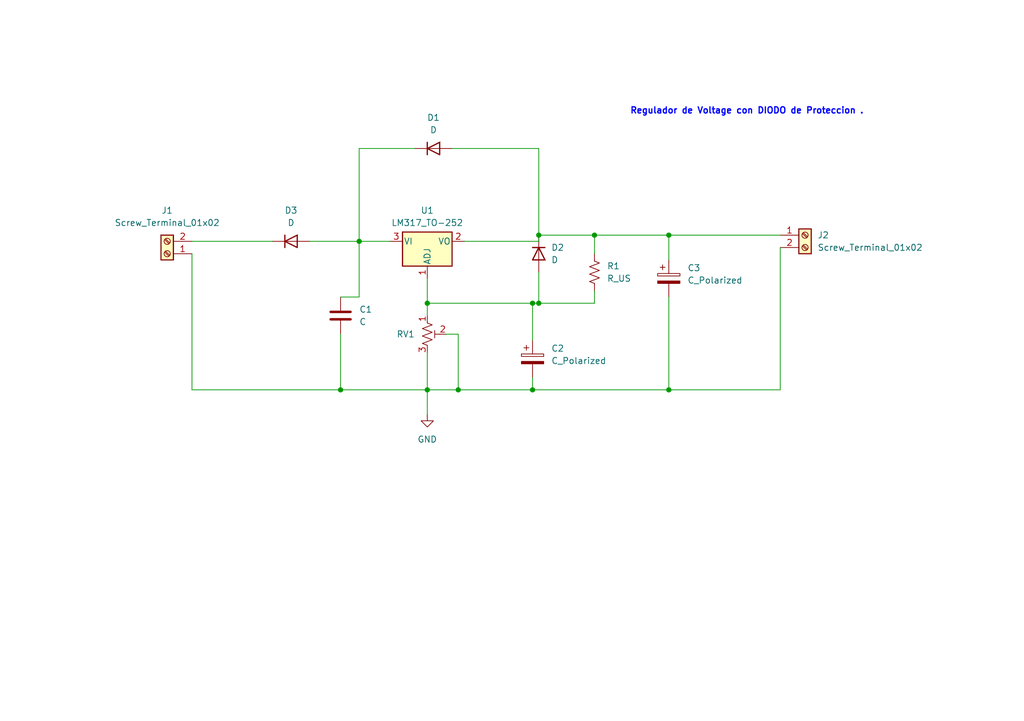
<source format=kicad_sch>
(kicad_sch
	(version 20250114)
	(generator "eeschema")
	(generator_version "9.0")
	(uuid "72a3aa94-32ae-4c09-ba71-b7ba51f1bf56")
	(paper "A5")
	(title_block
		(title "LM317 regulador")
		(date "25/FEBRERO/2025")
		(rev "01")
		(company "PIXELBITS Studios")
	)
	(lib_symbols
		(symbol "Connector:Screw_Terminal_01x02"
			(pin_names
				(offset 1.016)
				(hide yes)
			)
			(exclude_from_sim no)
			(in_bom yes)
			(on_board yes)
			(property "Reference" "J"
				(at 0 2.54 0)
				(effects
					(font
						(size 1.27 1.27)
					)
				)
			)
			(property "Value" "Screw_Terminal_01x02"
				(at 0 -5.08 0)
				(effects
					(font
						(size 1.27 1.27)
					)
				)
			)
			(property "Footprint" ""
				(at 0 0 0)
				(effects
					(font
						(size 1.27 1.27)
					)
					(hide yes)
				)
			)
			(property "Datasheet" "~"
				(at 0 0 0)
				(effects
					(font
						(size 1.27 1.27)
					)
					(hide yes)
				)
			)
			(property "Description" "Generic screw terminal, single row, 01x02, script generated (kicad-library-utils/schlib/autogen/connector/)"
				(at 0 0 0)
				(effects
					(font
						(size 1.27 1.27)
					)
					(hide yes)
				)
			)
			(property "ki_keywords" "screw terminal"
				(at 0 0 0)
				(effects
					(font
						(size 1.27 1.27)
					)
					(hide yes)
				)
			)
			(property "ki_fp_filters" "TerminalBlock*:*"
				(at 0 0 0)
				(effects
					(font
						(size 1.27 1.27)
					)
					(hide yes)
				)
			)
			(symbol "Screw_Terminal_01x02_1_1"
				(rectangle
					(start -1.27 1.27)
					(end 1.27 -3.81)
					(stroke
						(width 0.254)
						(type default)
					)
					(fill
						(type background)
					)
				)
				(polyline
					(pts
						(xy -0.5334 0.3302) (xy 0.3302 -0.508)
					)
					(stroke
						(width 0.1524)
						(type default)
					)
					(fill
						(type none)
					)
				)
				(polyline
					(pts
						(xy -0.5334 -2.2098) (xy 0.3302 -3.048)
					)
					(stroke
						(width 0.1524)
						(type default)
					)
					(fill
						(type none)
					)
				)
				(polyline
					(pts
						(xy -0.3556 0.508) (xy 0.508 -0.3302)
					)
					(stroke
						(width 0.1524)
						(type default)
					)
					(fill
						(type none)
					)
				)
				(polyline
					(pts
						(xy -0.3556 -2.032) (xy 0.508 -2.8702)
					)
					(stroke
						(width 0.1524)
						(type default)
					)
					(fill
						(type none)
					)
				)
				(circle
					(center 0 0)
					(radius 0.635)
					(stroke
						(width 0.1524)
						(type default)
					)
					(fill
						(type none)
					)
				)
				(circle
					(center 0 -2.54)
					(radius 0.635)
					(stroke
						(width 0.1524)
						(type default)
					)
					(fill
						(type none)
					)
				)
				(pin passive line
					(at -5.08 0 0)
					(length 3.81)
					(name "Pin_1"
						(effects
							(font
								(size 1.27 1.27)
							)
						)
					)
					(number "1"
						(effects
							(font
								(size 1.27 1.27)
							)
						)
					)
				)
				(pin passive line
					(at -5.08 -2.54 0)
					(length 3.81)
					(name "Pin_2"
						(effects
							(font
								(size 1.27 1.27)
							)
						)
					)
					(number "2"
						(effects
							(font
								(size 1.27 1.27)
							)
						)
					)
				)
			)
			(embedded_fonts no)
		)
		(symbol "Device:C"
			(pin_numbers
				(hide yes)
			)
			(pin_names
				(offset 0.254)
			)
			(exclude_from_sim no)
			(in_bom yes)
			(on_board yes)
			(property "Reference" "C"
				(at 0.635 2.54 0)
				(effects
					(font
						(size 1.27 1.27)
					)
					(justify left)
				)
			)
			(property "Value" "C"
				(at 0.635 -2.54 0)
				(effects
					(font
						(size 1.27 1.27)
					)
					(justify left)
				)
			)
			(property "Footprint" ""
				(at 0.9652 -3.81 0)
				(effects
					(font
						(size 1.27 1.27)
					)
					(hide yes)
				)
			)
			(property "Datasheet" "~"
				(at 0 0 0)
				(effects
					(font
						(size 1.27 1.27)
					)
					(hide yes)
				)
			)
			(property "Description" "Unpolarized capacitor"
				(at 0 0 0)
				(effects
					(font
						(size 1.27 1.27)
					)
					(hide yes)
				)
			)
			(property "ki_keywords" "cap capacitor"
				(at 0 0 0)
				(effects
					(font
						(size 1.27 1.27)
					)
					(hide yes)
				)
			)
			(property "ki_fp_filters" "C_*"
				(at 0 0 0)
				(effects
					(font
						(size 1.27 1.27)
					)
					(hide yes)
				)
			)
			(symbol "C_0_1"
				(polyline
					(pts
						(xy -2.032 0.762) (xy 2.032 0.762)
					)
					(stroke
						(width 0.508)
						(type default)
					)
					(fill
						(type none)
					)
				)
				(polyline
					(pts
						(xy -2.032 -0.762) (xy 2.032 -0.762)
					)
					(stroke
						(width 0.508)
						(type default)
					)
					(fill
						(type none)
					)
				)
			)
			(symbol "C_1_1"
				(pin passive line
					(at 0 3.81 270)
					(length 2.794)
					(name "~"
						(effects
							(font
								(size 1.27 1.27)
							)
						)
					)
					(number "1"
						(effects
							(font
								(size 1.27 1.27)
							)
						)
					)
				)
				(pin passive line
					(at 0 -3.81 90)
					(length 2.794)
					(name "~"
						(effects
							(font
								(size 1.27 1.27)
							)
						)
					)
					(number "2"
						(effects
							(font
								(size 1.27 1.27)
							)
						)
					)
				)
			)
			(embedded_fonts no)
		)
		(symbol "Device:C_Polarized"
			(pin_numbers
				(hide yes)
			)
			(pin_names
				(offset 0.254)
			)
			(exclude_from_sim no)
			(in_bom yes)
			(on_board yes)
			(property "Reference" "C"
				(at 0.635 2.54 0)
				(effects
					(font
						(size 1.27 1.27)
					)
					(justify left)
				)
			)
			(property "Value" "C_Polarized"
				(at 0.635 -2.54 0)
				(effects
					(font
						(size 1.27 1.27)
					)
					(justify left)
				)
			)
			(property "Footprint" ""
				(at 0.9652 -3.81 0)
				(effects
					(font
						(size 1.27 1.27)
					)
					(hide yes)
				)
			)
			(property "Datasheet" "~"
				(at 0 0 0)
				(effects
					(font
						(size 1.27 1.27)
					)
					(hide yes)
				)
			)
			(property "Description" "Polarized capacitor"
				(at 0 0 0)
				(effects
					(font
						(size 1.27 1.27)
					)
					(hide yes)
				)
			)
			(property "ki_keywords" "cap capacitor"
				(at 0 0 0)
				(effects
					(font
						(size 1.27 1.27)
					)
					(hide yes)
				)
			)
			(property "ki_fp_filters" "CP_*"
				(at 0 0 0)
				(effects
					(font
						(size 1.27 1.27)
					)
					(hide yes)
				)
			)
			(symbol "C_Polarized_0_1"
				(rectangle
					(start -2.286 0.508)
					(end 2.286 1.016)
					(stroke
						(width 0)
						(type default)
					)
					(fill
						(type none)
					)
				)
				(polyline
					(pts
						(xy -1.778 2.286) (xy -0.762 2.286)
					)
					(stroke
						(width 0)
						(type default)
					)
					(fill
						(type none)
					)
				)
				(polyline
					(pts
						(xy -1.27 2.794) (xy -1.27 1.778)
					)
					(stroke
						(width 0)
						(type default)
					)
					(fill
						(type none)
					)
				)
				(rectangle
					(start 2.286 -0.508)
					(end -2.286 -1.016)
					(stroke
						(width 0)
						(type default)
					)
					(fill
						(type outline)
					)
				)
			)
			(symbol "C_Polarized_1_1"
				(pin passive line
					(at 0 3.81 270)
					(length 2.794)
					(name "~"
						(effects
							(font
								(size 1.27 1.27)
							)
						)
					)
					(number "1"
						(effects
							(font
								(size 1.27 1.27)
							)
						)
					)
				)
				(pin passive line
					(at 0 -3.81 90)
					(length 2.794)
					(name "~"
						(effects
							(font
								(size 1.27 1.27)
							)
						)
					)
					(number "2"
						(effects
							(font
								(size 1.27 1.27)
							)
						)
					)
				)
			)
			(embedded_fonts no)
		)
		(symbol "Device:D"
			(pin_numbers
				(hide yes)
			)
			(pin_names
				(offset 1.016)
				(hide yes)
			)
			(exclude_from_sim no)
			(in_bom yes)
			(on_board yes)
			(property "Reference" "D"
				(at 0 2.54 0)
				(effects
					(font
						(size 1.27 1.27)
					)
				)
			)
			(property "Value" "D"
				(at 0 -2.54 0)
				(effects
					(font
						(size 1.27 1.27)
					)
				)
			)
			(property "Footprint" ""
				(at 0 0 0)
				(effects
					(font
						(size 1.27 1.27)
					)
					(hide yes)
				)
			)
			(property "Datasheet" "~"
				(at 0 0 0)
				(effects
					(font
						(size 1.27 1.27)
					)
					(hide yes)
				)
			)
			(property "Description" "Diode"
				(at 0 0 0)
				(effects
					(font
						(size 1.27 1.27)
					)
					(hide yes)
				)
			)
			(property "Sim.Device" "D"
				(at 0 0 0)
				(effects
					(font
						(size 1.27 1.27)
					)
					(hide yes)
				)
			)
			(property "Sim.Pins" "1=K 2=A"
				(at 0 0 0)
				(effects
					(font
						(size 1.27 1.27)
					)
					(hide yes)
				)
			)
			(property "ki_keywords" "diode"
				(at 0 0 0)
				(effects
					(font
						(size 1.27 1.27)
					)
					(hide yes)
				)
			)
			(property "ki_fp_filters" "TO-???* *_Diode_* *SingleDiode* D_*"
				(at 0 0 0)
				(effects
					(font
						(size 1.27 1.27)
					)
					(hide yes)
				)
			)
			(symbol "D_0_1"
				(polyline
					(pts
						(xy -1.27 1.27) (xy -1.27 -1.27)
					)
					(stroke
						(width 0.254)
						(type default)
					)
					(fill
						(type none)
					)
				)
				(polyline
					(pts
						(xy 1.27 1.27) (xy 1.27 -1.27) (xy -1.27 0) (xy 1.27 1.27)
					)
					(stroke
						(width 0.254)
						(type default)
					)
					(fill
						(type none)
					)
				)
				(polyline
					(pts
						(xy 1.27 0) (xy -1.27 0)
					)
					(stroke
						(width 0)
						(type default)
					)
					(fill
						(type none)
					)
				)
			)
			(symbol "D_1_1"
				(pin passive line
					(at -3.81 0 0)
					(length 2.54)
					(name "K"
						(effects
							(font
								(size 1.27 1.27)
							)
						)
					)
					(number "1"
						(effects
							(font
								(size 1.27 1.27)
							)
						)
					)
				)
				(pin passive line
					(at 3.81 0 180)
					(length 2.54)
					(name "A"
						(effects
							(font
								(size 1.27 1.27)
							)
						)
					)
					(number "2"
						(effects
							(font
								(size 1.27 1.27)
							)
						)
					)
				)
			)
			(embedded_fonts no)
		)
		(symbol "Device:R_Potentiometer_Trim_US"
			(pin_names
				(offset 1.016)
				(hide yes)
			)
			(exclude_from_sim no)
			(in_bom yes)
			(on_board yes)
			(property "Reference" "RV"
				(at -4.445 0 90)
				(effects
					(font
						(size 1.27 1.27)
					)
				)
			)
			(property "Value" "R_Potentiometer_Trim_US"
				(at -2.54 0 90)
				(effects
					(font
						(size 1.27 1.27)
					)
				)
			)
			(property "Footprint" ""
				(at 0 0 0)
				(effects
					(font
						(size 1.27 1.27)
					)
					(hide yes)
				)
			)
			(property "Datasheet" "~"
				(at 0 0 0)
				(effects
					(font
						(size 1.27 1.27)
					)
					(hide yes)
				)
			)
			(property "Description" "Trim-potentiometer, US symbol"
				(at 0 0 0)
				(effects
					(font
						(size 1.27 1.27)
					)
					(hide yes)
				)
			)
			(property "ki_keywords" "resistor variable trimpot trimmer"
				(at 0 0 0)
				(effects
					(font
						(size 1.27 1.27)
					)
					(hide yes)
				)
			)
			(property "ki_fp_filters" "Potentiometer*"
				(at 0 0 0)
				(effects
					(font
						(size 1.27 1.27)
					)
					(hide yes)
				)
			)
			(symbol "R_Potentiometer_Trim_US_0_1"
				(polyline
					(pts
						(xy 0 2.286) (xy 0 2.54)
					)
					(stroke
						(width 0)
						(type default)
					)
					(fill
						(type none)
					)
				)
				(polyline
					(pts
						(xy 0 2.286) (xy 1.016 1.905) (xy 0 1.524) (xy -1.016 1.143) (xy 0 0.762)
					)
					(stroke
						(width 0)
						(type default)
					)
					(fill
						(type none)
					)
				)
				(polyline
					(pts
						(xy 0 0.762) (xy 1.016 0.381) (xy 0 0) (xy -1.016 -0.381) (xy 0 -0.762)
					)
					(stroke
						(width 0)
						(type default)
					)
					(fill
						(type none)
					)
				)
				(polyline
					(pts
						(xy 0 -0.762) (xy 1.016 -1.143) (xy 0 -1.524) (xy -1.016 -1.905) (xy 0 -2.286)
					)
					(stroke
						(width 0)
						(type default)
					)
					(fill
						(type none)
					)
				)
				(polyline
					(pts
						(xy 0 -2.286) (xy 0 -2.54)
					)
					(stroke
						(width 0)
						(type default)
					)
					(fill
						(type none)
					)
				)
				(polyline
					(pts
						(xy 1.524 0.762) (xy 1.524 -0.762)
					)
					(stroke
						(width 0)
						(type default)
					)
					(fill
						(type none)
					)
				)
				(polyline
					(pts
						(xy 2.54 0) (xy 1.524 0)
					)
					(stroke
						(width 0)
						(type default)
					)
					(fill
						(type none)
					)
				)
			)
			(symbol "R_Potentiometer_Trim_US_1_1"
				(pin passive line
					(at 0 3.81 270)
					(length 1.27)
					(name "1"
						(effects
							(font
								(size 1.27 1.27)
							)
						)
					)
					(number "1"
						(effects
							(font
								(size 1.27 1.27)
							)
						)
					)
				)
				(pin passive line
					(at 0 -3.81 90)
					(length 1.27)
					(name "3"
						(effects
							(font
								(size 1.27 1.27)
							)
						)
					)
					(number "3"
						(effects
							(font
								(size 1.27 1.27)
							)
						)
					)
				)
				(pin passive line
					(at 3.81 0 180)
					(length 1.27)
					(name "2"
						(effects
							(font
								(size 1.27 1.27)
							)
						)
					)
					(number "2"
						(effects
							(font
								(size 1.27 1.27)
							)
						)
					)
				)
			)
			(embedded_fonts no)
		)
		(symbol "Device:R_US"
			(pin_numbers
				(hide yes)
			)
			(pin_names
				(offset 0)
			)
			(exclude_from_sim no)
			(in_bom yes)
			(on_board yes)
			(property "Reference" "R"
				(at 2.54 0 90)
				(effects
					(font
						(size 1.27 1.27)
					)
				)
			)
			(property "Value" "R_US"
				(at -2.54 0 90)
				(effects
					(font
						(size 1.27 1.27)
					)
				)
			)
			(property "Footprint" ""
				(at 1.016 -0.254 90)
				(effects
					(font
						(size 1.27 1.27)
					)
					(hide yes)
				)
			)
			(property "Datasheet" "~"
				(at 0 0 0)
				(effects
					(font
						(size 1.27 1.27)
					)
					(hide yes)
				)
			)
			(property "Description" "Resistor, US symbol"
				(at 0 0 0)
				(effects
					(font
						(size 1.27 1.27)
					)
					(hide yes)
				)
			)
			(property "ki_keywords" "R res resistor"
				(at 0 0 0)
				(effects
					(font
						(size 1.27 1.27)
					)
					(hide yes)
				)
			)
			(property "ki_fp_filters" "R_*"
				(at 0 0 0)
				(effects
					(font
						(size 1.27 1.27)
					)
					(hide yes)
				)
			)
			(symbol "R_US_0_1"
				(polyline
					(pts
						(xy 0 2.286) (xy 0 2.54)
					)
					(stroke
						(width 0)
						(type default)
					)
					(fill
						(type none)
					)
				)
				(polyline
					(pts
						(xy 0 2.286) (xy 1.016 1.905) (xy 0 1.524) (xy -1.016 1.143) (xy 0 0.762)
					)
					(stroke
						(width 0)
						(type default)
					)
					(fill
						(type none)
					)
				)
				(polyline
					(pts
						(xy 0 0.762) (xy 1.016 0.381) (xy 0 0) (xy -1.016 -0.381) (xy 0 -0.762)
					)
					(stroke
						(width 0)
						(type default)
					)
					(fill
						(type none)
					)
				)
				(polyline
					(pts
						(xy 0 -0.762) (xy 1.016 -1.143) (xy 0 -1.524) (xy -1.016 -1.905) (xy 0 -2.286)
					)
					(stroke
						(width 0)
						(type default)
					)
					(fill
						(type none)
					)
				)
				(polyline
					(pts
						(xy 0 -2.286) (xy 0 -2.54)
					)
					(stroke
						(width 0)
						(type default)
					)
					(fill
						(type none)
					)
				)
			)
			(symbol "R_US_1_1"
				(pin passive line
					(at 0 3.81 270)
					(length 1.27)
					(name "~"
						(effects
							(font
								(size 1.27 1.27)
							)
						)
					)
					(number "1"
						(effects
							(font
								(size 1.27 1.27)
							)
						)
					)
				)
				(pin passive line
					(at 0 -3.81 90)
					(length 1.27)
					(name "~"
						(effects
							(font
								(size 1.27 1.27)
							)
						)
					)
					(number "2"
						(effects
							(font
								(size 1.27 1.27)
							)
						)
					)
				)
			)
			(embedded_fonts no)
		)
		(symbol "Regulator_Linear:LM317_TO-252"
			(pin_names
				(offset 0.254)
			)
			(exclude_from_sim no)
			(in_bom yes)
			(on_board yes)
			(property "Reference" "U"
				(at -3.81 3.175 0)
				(effects
					(font
						(size 1.27 1.27)
					)
				)
			)
			(property "Value" "LM317_TO-252"
				(at 0 3.175 0)
				(effects
					(font
						(size 1.27 1.27)
					)
					(justify left)
				)
			)
			(property "Footprint" "Package_TO_SOT_SMD:TO-252-2"
				(at 0 6.35 0)
				(effects
					(font
						(size 1.27 1.27)
						(italic yes)
					)
					(hide yes)
				)
			)
			(property "Datasheet" "http://www.ti.com/lit/ds/snvs774n/snvs774n.pdf"
				(at 0 0 0)
				(effects
					(font
						(size 1.27 1.27)
					)
					(hide yes)
				)
			)
			(property "Description" "1.5A 35V Adjustable Linear Regulator, TO-252"
				(at 0 0 0)
				(effects
					(font
						(size 1.27 1.27)
					)
					(hide yes)
				)
			)
			(property "ki_keywords" "Adjustable Voltage Regulator 1A Positive"
				(at 0 0 0)
				(effects
					(font
						(size 1.27 1.27)
					)
					(hide yes)
				)
			)
			(property "ki_fp_filters" "TO?252*"
				(at 0 0 0)
				(effects
					(font
						(size 1.27 1.27)
					)
					(hide yes)
				)
			)
			(symbol "LM317_TO-252_0_1"
				(rectangle
					(start -5.08 1.905)
					(end 5.08 -5.08)
					(stroke
						(width 0.254)
						(type default)
					)
					(fill
						(type background)
					)
				)
			)
			(symbol "LM317_TO-252_1_1"
				(pin power_in line
					(at -7.62 0 0)
					(length 2.54)
					(name "VI"
						(effects
							(font
								(size 1.27 1.27)
							)
						)
					)
					(number "3"
						(effects
							(font
								(size 1.27 1.27)
							)
						)
					)
				)
				(pin input line
					(at 0 -7.62 90)
					(length 2.54)
					(name "ADJ"
						(effects
							(font
								(size 1.27 1.27)
							)
						)
					)
					(number "1"
						(effects
							(font
								(size 1.27 1.27)
							)
						)
					)
				)
				(pin power_out line
					(at 7.62 0 180)
					(length 2.54)
					(name "VO"
						(effects
							(font
								(size 1.27 1.27)
							)
						)
					)
					(number "2"
						(effects
							(font
								(size 1.27 1.27)
							)
						)
					)
				)
			)
			(embedded_fonts no)
		)
		(symbol "power:GND"
			(power)
			(pin_numbers
				(hide yes)
			)
			(pin_names
				(offset 0)
				(hide yes)
			)
			(exclude_from_sim no)
			(in_bom yes)
			(on_board yes)
			(property "Reference" "#PWR"
				(at 0 -6.35 0)
				(effects
					(font
						(size 1.27 1.27)
					)
					(hide yes)
				)
			)
			(property "Value" "GND"
				(at 0 -3.81 0)
				(effects
					(font
						(size 1.27 1.27)
					)
				)
			)
			(property "Footprint" ""
				(at 0 0 0)
				(effects
					(font
						(size 1.27 1.27)
					)
					(hide yes)
				)
			)
			(property "Datasheet" ""
				(at 0 0 0)
				(effects
					(font
						(size 1.27 1.27)
					)
					(hide yes)
				)
			)
			(property "Description" "Power symbol creates a global label with name \"GND\" , ground"
				(at 0 0 0)
				(effects
					(font
						(size 1.27 1.27)
					)
					(hide yes)
				)
			)
			(property "ki_keywords" "global power"
				(at 0 0 0)
				(effects
					(font
						(size 1.27 1.27)
					)
					(hide yes)
				)
			)
			(symbol "GND_0_1"
				(polyline
					(pts
						(xy 0 0) (xy 0 -1.27) (xy 1.27 -1.27) (xy 0 -2.54) (xy -1.27 -1.27) (xy 0 -1.27)
					)
					(stroke
						(width 0)
						(type default)
					)
					(fill
						(type none)
					)
				)
			)
			(symbol "GND_1_1"
				(pin power_in line
					(at 0 0 270)
					(length 0)
					(name "~"
						(effects
							(font
								(size 1.27 1.27)
							)
						)
					)
					(number "1"
						(effects
							(font
								(size 1.27 1.27)
							)
						)
					)
				)
			)
			(embedded_fonts no)
		)
	)
	(text "Regulador de Voltage con DIODO de Proteccion . "
		(exclude_from_sim no)
		(at 153.67 22.86 0)
		(effects
			(font
				(size 1.27 1.27)
				(thickness 0.254)
				(bold yes)
				(color 0 3 255 1)
			)
		)
		(uuid "1ec5e04d-9063-4300-b1ac-801de1aa02a6")
	)
	(junction
		(at 137.16 48.26)
		(diameter 0)
		(color 0 0 0 0)
		(uuid "00f18d6a-b720-457e-82fe-2b69dc3795be")
	)
	(junction
		(at 73.66 49.53)
		(diameter 0)
		(color 0 0 0 0)
		(uuid "07e93f3c-522f-42c0-94dc-1af493bc57d7")
	)
	(junction
		(at 69.85 80.01)
		(diameter 0)
		(color 0 0 0 0)
		(uuid "1036bcf4-3b55-475e-b41c-974e85a5a42c")
	)
	(junction
		(at 87.63 62.23)
		(diameter 0)
		(color 0 0 0 0)
		(uuid "17bc36c5-3039-4d36-94b6-c9d7826796fe")
	)
	(junction
		(at 110.49 48.26)
		(diameter 0)
		(color 0 0 0 0)
		(uuid "2624edbb-e8e2-47fe-a2b3-14875bb7fab6")
	)
	(junction
		(at 137.16 80.01)
		(diameter 0)
		(color 0 0 0 0)
		(uuid "2e8e5416-ee17-4f8c-bdda-1bca62b9419e")
	)
	(junction
		(at 121.92 48.26)
		(diameter 0)
		(color 0 0 0 0)
		(uuid "98a6ecfd-1660-487e-a907-0a3eeff1191f")
	)
	(junction
		(at 109.22 80.01)
		(diameter 0)
		(color 0 0 0 0)
		(uuid "b1cbdc0b-a53e-49e8-96c9-3ff0588bcfb8")
	)
	(junction
		(at 109.22 62.23)
		(diameter 0)
		(color 0 0 0 0)
		(uuid "bbff601e-5c98-4991-9762-a7fa5bc44484")
	)
	(junction
		(at 87.63 80.01)
		(diameter 0)
		(color 0 0 0 0)
		(uuid "bd604266-6451-48cc-8690-450c23548698")
	)
	(junction
		(at 110.49 62.23)
		(diameter 0)
		(color 0 0 0 0)
		(uuid "ded6476e-2851-4d09-a4bf-cc43581de152")
	)
	(junction
		(at 93.98 80.01)
		(diameter 0)
		(color 0 0 0 0)
		(uuid "fedfaaad-20af-4194-8ed5-20edc33435fb")
	)
	(wire
		(pts
			(xy 93.98 68.58) (xy 93.98 80.01)
		)
		(stroke
			(width 0)
			(type default)
		)
		(uuid "05032633-8245-46f7-bea9-8b5b20379903")
	)
	(wire
		(pts
			(xy 85.09 30.48) (xy 73.66 30.48)
		)
		(stroke
			(width 0)
			(type default)
		)
		(uuid "057b6f95-8237-435f-989b-4c2d9a60be54")
	)
	(wire
		(pts
			(xy 110.49 48.26) (xy 121.92 48.26)
		)
		(stroke
			(width 0)
			(type default)
		)
		(uuid "05de1841-dde3-434b-81ab-96c17843c71c")
	)
	(wire
		(pts
			(xy 110.49 49.53) (xy 110.49 48.26)
		)
		(stroke
			(width 0)
			(type default)
		)
		(uuid "0767505b-1368-47fe-ab70-27f043bcd5f1")
	)
	(wire
		(pts
			(xy 110.49 30.48) (xy 110.49 48.26)
		)
		(stroke
			(width 0)
			(type default)
		)
		(uuid "17aec973-dbce-4d73-8122-6c120ba91aa8")
	)
	(wire
		(pts
			(xy 137.16 53.34) (xy 137.16 48.26)
		)
		(stroke
			(width 0)
			(type default)
		)
		(uuid "1c403f1c-72cd-4633-9d27-a61a7deba6ce")
	)
	(wire
		(pts
			(xy 63.5 49.53) (xy 73.66 49.53)
		)
		(stroke
			(width 0)
			(type default)
		)
		(uuid "1c43f822-dc03-4de1-bd1f-4d7b169ade7f")
	)
	(wire
		(pts
			(xy 87.63 62.23) (xy 87.63 64.77)
		)
		(stroke
			(width 0)
			(type default)
		)
		(uuid "23035709-5ccb-409b-8db2-51584558e85a")
	)
	(wire
		(pts
			(xy 73.66 49.53) (xy 73.66 60.96)
		)
		(stroke
			(width 0)
			(type default)
		)
		(uuid "231b087b-31e6-4860-acd0-ceec863a0469")
	)
	(wire
		(pts
			(xy 69.85 80.01) (xy 87.63 80.01)
		)
		(stroke
			(width 0)
			(type default)
		)
		(uuid "3090e100-4dee-4a74-867e-3494ea51b0e5")
	)
	(wire
		(pts
			(xy 160.02 50.8) (xy 160.02 80.01)
		)
		(stroke
			(width 0)
			(type default)
		)
		(uuid "3e2d0079-f3a5-4bc9-97a6-1b8e2ee46c6f")
	)
	(wire
		(pts
			(xy 121.92 48.26) (xy 121.92 52.07)
		)
		(stroke
			(width 0)
			(type default)
		)
		(uuid "471a81d3-9730-4719-8e61-627a5b0c6cc4")
	)
	(wire
		(pts
			(xy 92.71 30.48) (xy 110.49 30.48)
		)
		(stroke
			(width 0)
			(type default)
		)
		(uuid "5a85ad99-633f-4840-bce3-44a51a651efa")
	)
	(wire
		(pts
			(xy 39.37 52.07) (xy 39.37 80.01)
		)
		(stroke
			(width 0)
			(type default)
		)
		(uuid "62612ef7-147d-4b99-a808-b0f806b78ffd")
	)
	(wire
		(pts
			(xy 39.37 49.53) (xy 55.88 49.53)
		)
		(stroke
			(width 0)
			(type default)
		)
		(uuid "66cea2ba-7825-4fc8-ba47-f3360ce06683")
	)
	(wire
		(pts
			(xy 73.66 49.53) (xy 80.01 49.53)
		)
		(stroke
			(width 0)
			(type default)
		)
		(uuid "67838a61-4e12-49ba-b9c3-8c96efb4bcd4")
	)
	(wire
		(pts
			(xy 91.44 68.58) (xy 93.98 68.58)
		)
		(stroke
			(width 0)
			(type default)
		)
		(uuid "770e0705-7533-4286-a1e0-870b0424146e")
	)
	(wire
		(pts
			(xy 109.22 77.47) (xy 109.22 80.01)
		)
		(stroke
			(width 0)
			(type default)
		)
		(uuid "7d4ecf6c-16f3-41ac-929b-6857a0adb09b")
	)
	(wire
		(pts
			(xy 93.98 80.01) (xy 87.63 80.01)
		)
		(stroke
			(width 0)
			(type default)
		)
		(uuid "8d24b5ba-3c57-49cb-b87b-cffa309e0332")
	)
	(wire
		(pts
			(xy 160.02 80.01) (xy 137.16 80.01)
		)
		(stroke
			(width 0)
			(type default)
		)
		(uuid "96835adf-f46d-483a-b02c-2fd75f27d2cb")
	)
	(wire
		(pts
			(xy 73.66 30.48) (xy 73.66 49.53)
		)
		(stroke
			(width 0)
			(type default)
		)
		(uuid "9ced02e4-b33e-41a0-99f7-7040e8c6e7a6")
	)
	(wire
		(pts
			(xy 69.85 68.58) (xy 69.85 80.01)
		)
		(stroke
			(width 0)
			(type default)
		)
		(uuid "b1b33e5a-8f69-4f6d-92b0-4285aa20aaf3")
	)
	(wire
		(pts
			(xy 87.63 80.01) (xy 87.63 85.09)
		)
		(stroke
			(width 0)
			(type default)
		)
		(uuid "b9168458-8f1f-475b-b631-52251279227f")
	)
	(wire
		(pts
			(xy 121.92 48.26) (xy 137.16 48.26)
		)
		(stroke
			(width 0)
			(type default)
		)
		(uuid "be48dccf-9465-4e4f-ac85-5f531eeb6e19")
	)
	(wire
		(pts
			(xy 109.22 69.85) (xy 109.22 62.23)
		)
		(stroke
			(width 0)
			(type default)
		)
		(uuid "c1210509-bc2f-471a-8c69-9579b05cde1a")
	)
	(wire
		(pts
			(xy 109.22 80.01) (xy 93.98 80.01)
		)
		(stroke
			(width 0)
			(type default)
		)
		(uuid "c3e34e27-dcba-499d-9cec-cd402fad75d0")
	)
	(wire
		(pts
			(xy 87.63 62.23) (xy 109.22 62.23)
		)
		(stroke
			(width 0)
			(type default)
		)
		(uuid "d5e1b642-9368-4ed8-b5c9-c2d702708fdc")
	)
	(wire
		(pts
			(xy 87.63 72.39) (xy 87.63 80.01)
		)
		(stroke
			(width 0)
			(type default)
		)
		(uuid "daa49c4d-a6d5-453c-8ab7-8db401645846")
	)
	(wire
		(pts
			(xy 137.16 80.01) (xy 137.16 60.96)
		)
		(stroke
			(width 0)
			(type default)
		)
		(uuid "e1b119fa-b88e-4eed-9e60-d671b276b40d")
	)
	(wire
		(pts
			(xy 109.22 80.01) (xy 137.16 80.01)
		)
		(stroke
			(width 0)
			(type default)
		)
		(uuid "e417f40d-9614-4d51-9e12-388097506567")
	)
	(wire
		(pts
			(xy 109.22 62.23) (xy 110.49 62.23)
		)
		(stroke
			(width 0)
			(type default)
		)
		(uuid "e5515f33-da4c-4a44-bbf4-b85fed1c6f79")
	)
	(wire
		(pts
			(xy 73.66 60.96) (xy 69.85 60.96)
		)
		(stroke
			(width 0)
			(type default)
		)
		(uuid "e91e2640-a327-4230-b383-7cc9023a3d4f")
	)
	(wire
		(pts
			(xy 95.25 49.53) (xy 110.49 49.53)
		)
		(stroke
			(width 0)
			(type default)
		)
		(uuid "ec056730-6862-4567-8cf5-ac71d34887f0")
	)
	(wire
		(pts
			(xy 121.92 62.23) (xy 110.49 62.23)
		)
		(stroke
			(width 0)
			(type default)
		)
		(uuid "f14660a8-0b1c-49e9-b225-68419262b5f4")
	)
	(wire
		(pts
			(xy 87.63 57.15) (xy 87.63 62.23)
		)
		(stroke
			(width 0)
			(type default)
		)
		(uuid "f2be4994-267f-4ede-9e2e-04900ab8173a")
	)
	(wire
		(pts
			(xy 121.92 59.69) (xy 121.92 62.23)
		)
		(stroke
			(width 0)
			(type default)
		)
		(uuid "f481eac8-4fef-42cf-9900-0e0fe8146a00")
	)
	(wire
		(pts
			(xy 39.37 80.01) (xy 69.85 80.01)
		)
		(stroke
			(width 0)
			(type default)
		)
		(uuid "f813801a-495d-4500-a11f-96ac52430206")
	)
	(wire
		(pts
			(xy 137.16 48.26) (xy 160.02 48.26)
		)
		(stroke
			(width 0)
			(type default)
		)
		(uuid "fc39830d-d694-4aac-a5eb-46c730865468")
	)
	(wire
		(pts
			(xy 110.49 55.88) (xy 110.49 62.23)
		)
		(stroke
			(width 0)
			(type default)
		)
		(uuid "fdf606ce-02a7-43f8-985f-238d50fd4f17")
	)
	(symbol
		(lib_id "Device:R_Potentiometer_Trim_US")
		(at 87.63 68.58 0)
		(unit 1)
		(exclude_from_sim no)
		(in_bom yes)
		(on_board yes)
		(dnp no)
		(fields_autoplaced yes)
		(uuid "0a7f77fc-b65f-427d-8ddd-07dee66f1da4")
		(property "Reference" "RV1"
			(at 85.09 68.5799 0)
			(effects
				(font
					(size 1.27 1.27)
				)
				(justify right)
			)
		)
		(property "Value" "R_Potentiometer_Trim_US"
			(at 85.09 69.8499 0)
			(effects
				(font
					(size 1.27 1.27)
				)
				(justify right)
				(hide yes)
			)
		)
		(property "Footprint" "Potentiometer_THT:Potentiometer_Bourns_3296W_Vertical"
			(at 87.63 68.58 0)
			(effects
				(font
					(size 1.27 1.27)
				)
				(hide yes)
			)
		)
		(property "Datasheet" "~"
			(at 87.63 68.58 0)
			(effects
				(font
					(size 1.27 1.27)
				)
				(hide yes)
			)
		)
		(property "Description" "Trim-potentiometer, US symbol"
			(at 87.63 68.58 0)
			(effects
				(font
					(size 1.27 1.27)
				)
				(hide yes)
			)
		)
		(pin "1"
			(uuid "47a02288-ec69-4abb-acdc-d8d7b0800440")
		)
		(pin "3"
			(uuid "d9222289-9046-4889-8169-ba23095b33f4")
		)
		(pin "2"
			(uuid "85ea2e99-d72d-4f0f-bdd3-e89cf82b8202")
		)
		(instances
			(project ""
				(path "/72a3aa94-32ae-4c09-ba71-b7ba51f1bf56"
					(reference "RV1")
					(unit 1)
				)
			)
		)
	)
	(symbol
		(lib_id "Device:D")
		(at 110.49 52.07 270)
		(unit 1)
		(exclude_from_sim no)
		(in_bom yes)
		(on_board yes)
		(dnp no)
		(fields_autoplaced yes)
		(uuid "1578571e-ab74-4abc-926f-5a41758c55da")
		(property "Reference" "D2"
			(at 113.03 50.7999 90)
			(effects
				(font
					(size 1.27 1.27)
				)
				(justify left)
			)
		)
		(property "Value" "D"
			(at 113.03 53.3399 90)
			(effects
				(font
					(size 1.27 1.27)
				)
				(justify left)
			)
		)
		(property "Footprint" "Diode_SMD:D_SMA"
			(at 110.49 52.07 0)
			(effects
				(font
					(size 1.27 1.27)
				)
				(hide yes)
			)
		)
		(property "Datasheet" "~"
			(at 110.49 52.07 0)
			(effects
				(font
					(size 1.27 1.27)
				)
				(hide yes)
			)
		)
		(property "Description" "Diode"
			(at 110.49 52.07 0)
			(effects
				(font
					(size 1.27 1.27)
				)
				(hide yes)
			)
		)
		(property "Sim.Device" "D"
			(at 110.49 52.07 0)
			(effects
				(font
					(size 1.27 1.27)
				)
				(hide yes)
			)
		)
		(property "Sim.Pins" "1=K 2=A"
			(at 110.49 52.07 0)
			(effects
				(font
					(size 1.27 1.27)
				)
				(hide yes)
			)
		)
		(pin "1"
			(uuid "08db54e6-1440-4a41-abcc-313e78471429")
		)
		(pin "2"
			(uuid "4111ec2e-42b5-48b3-8bcf-732b1af8eeae")
		)
		(instances
			(project ""
				(path "/72a3aa94-32ae-4c09-ba71-b7ba51f1bf56"
					(reference "D2")
					(unit 1)
				)
			)
		)
	)
	(symbol
		(lib_id "Device:R_US")
		(at 121.92 55.88 0)
		(unit 1)
		(exclude_from_sim no)
		(in_bom yes)
		(on_board yes)
		(dnp no)
		(fields_autoplaced yes)
		(uuid "27f1cc9a-dda4-49c4-aead-c093f2f57da7")
		(property "Reference" "R1"
			(at 124.46 54.6099 0)
			(effects
				(font
					(size 1.27 1.27)
				)
				(justify left)
			)
		)
		(property "Value" "R_US"
			(at 124.46 57.1499 0)
			(effects
				(font
					(size 1.27 1.27)
				)
				(justify left)
			)
		)
		(property "Footprint" "Resistor_SMD:R_1206_3216Metric"
			(at 122.936 56.134 90)
			(effects
				(font
					(size 1.27 1.27)
				)
				(hide yes)
			)
		)
		(property "Datasheet" "~"
			(at 121.92 55.88 0)
			(effects
				(font
					(size 1.27 1.27)
				)
				(hide yes)
			)
		)
		(property "Description" "Resistor, US symbol"
			(at 121.92 55.88 0)
			(effects
				(font
					(size 1.27 1.27)
				)
				(hide yes)
			)
		)
		(pin "1"
			(uuid "cb5fcc17-3d07-47f8-b7ba-5d52ba494d7a")
		)
		(pin "2"
			(uuid "8aa7ad3e-8455-45df-a943-5140408a1f8a")
		)
		(instances
			(project ""
				(path "/72a3aa94-32ae-4c09-ba71-b7ba51f1bf56"
					(reference "R1")
					(unit 1)
				)
			)
		)
	)
	(symbol
		(lib_id "power:GND")
		(at 87.63 85.09 0)
		(unit 1)
		(exclude_from_sim no)
		(in_bom yes)
		(on_board yes)
		(dnp no)
		(fields_autoplaced yes)
		(uuid "36c7ecd9-84bf-4f59-9c6e-62c5125d89e6")
		(property "Reference" "#PWR01"
			(at 87.63 91.44 0)
			(effects
				(font
					(size 1.27 1.27)
				)
				(hide yes)
			)
		)
		(property "Value" "GND"
			(at 87.63 90.17 0)
			(effects
				(font
					(size 1.27 1.27)
				)
			)
		)
		(property "Footprint" ""
			(at 87.63 85.09 0)
			(effects
				(font
					(size 1.27 1.27)
				)
				(hide yes)
			)
		)
		(property "Datasheet" ""
			(at 87.63 85.09 0)
			(effects
				(font
					(size 1.27 1.27)
				)
				(hide yes)
			)
		)
		(property "Description" "Power symbol creates a global label with name \"GND\" , ground"
			(at 87.63 85.09 0)
			(effects
				(font
					(size 1.27 1.27)
				)
				(hide yes)
			)
		)
		(pin "1"
			(uuid "d3aa2802-2bc6-4592-bec1-44c49ff7951f")
		)
		(instances
			(project ""
				(path "/72a3aa94-32ae-4c09-ba71-b7ba51f1bf56"
					(reference "#PWR01")
					(unit 1)
				)
			)
		)
	)
	(symbol
		(lib_id "Regulator_Linear:LM317_TO-252")
		(at 87.63 49.53 0)
		(unit 1)
		(exclude_from_sim no)
		(in_bom yes)
		(on_board yes)
		(dnp no)
		(fields_autoplaced yes)
		(uuid "3d5c61c9-0d49-4f4f-b2fd-56c6f4bb9fdf")
		(property "Reference" "U1"
			(at 87.63 43.18 0)
			(effects
				(font
					(size 1.27 1.27)
				)
			)
		)
		(property "Value" "LM317_TO-252"
			(at 87.63 45.72 0)
			(effects
				(font
					(size 1.27 1.27)
				)
			)
		)
		(property "Footprint" "Package_TO_SOT_SMD:TO-252-2"
			(at 87.63 43.18 0)
			(effects
				(font
					(size 1.27 1.27)
					(italic yes)
				)
				(hide yes)
			)
		)
		(property "Datasheet" "http://www.ti.com/lit/ds/snvs774n/snvs774n.pdf"
			(at 87.63 49.53 0)
			(effects
				(font
					(size 1.27 1.27)
				)
				(hide yes)
			)
		)
		(property "Description" "1.5A 35V Adjustable Linear Regulator, TO-252"
			(at 87.63 49.53 0)
			(effects
				(font
					(size 1.27 1.27)
				)
				(hide yes)
			)
		)
		(property "Fabricante" "STMicroelectronics DIgiKey"
			(at 87.63 49.53 0)
			(effects
				(font
					(size 1.27 1.27)
				)
				(hide yes)
			)
		)
		(pin "2"
			(uuid "b1e1b460-a198-4bc4-b9c9-495f9d042d15")
		)
		(pin "1"
			(uuid "3bbc6b7d-133a-4779-ba88-0d357b7fb71a")
		)
		(pin "3"
			(uuid "2483de74-9493-4154-a7ee-d67d13121c6b")
		)
		(instances
			(project ""
				(path "/72a3aa94-32ae-4c09-ba71-b7ba51f1bf56"
					(reference "U1")
					(unit 1)
				)
			)
		)
	)
	(symbol
		(lib_id "Connector:Screw_Terminal_01x02")
		(at 165.1 48.26 0)
		(unit 1)
		(exclude_from_sim no)
		(in_bom yes)
		(on_board yes)
		(dnp no)
		(fields_autoplaced yes)
		(uuid "40a7dbda-16bf-445f-89ee-a4192feef6ed")
		(property "Reference" "J2"
			(at 167.64 48.2599 0)
			(effects
				(font
					(size 1.27 1.27)
				)
				(justify left)
			)
		)
		(property "Value" "Screw_Terminal_01x02"
			(at 167.64 50.7999 0)
			(effects
				(font
					(size 1.27 1.27)
				)
				(justify left)
			)
		)
		(property "Footprint" "TerminalBlock_Phoenix:TerminalBlock_Phoenix_MKDS-1,5-2-5.08_1x02_P5.08mm_Horizontal"
			(at 165.1 48.26 0)
			(effects
				(font
					(size 1.27 1.27)
				)
				(hide yes)
			)
		)
		(property "Datasheet" "~"
			(at 165.1 48.26 0)
			(effects
				(font
					(size 1.27 1.27)
				)
				(hide yes)
			)
		)
		(property "Description" "Generic screw terminal, single row, 01x02, script generated (kicad-library-utils/schlib/autogen/connector/)"
			(at 165.1 48.26 0)
			(effects
				(font
					(size 1.27 1.27)
				)
				(hide yes)
			)
		)
		(pin "1"
			(uuid "ff21b4c5-6057-4ebc-9273-5c66ce979b36")
		)
		(pin "2"
			(uuid "081a09e0-5ba9-49be-9a36-db064dadd594")
		)
		(instances
			(project "LM317regulador"
				(path "/72a3aa94-32ae-4c09-ba71-b7ba51f1bf56"
					(reference "J2")
					(unit 1)
				)
			)
		)
	)
	(symbol
		(lib_id "Device:C_Polarized")
		(at 137.16 57.15 0)
		(unit 1)
		(exclude_from_sim no)
		(in_bom yes)
		(on_board yes)
		(dnp no)
		(fields_autoplaced yes)
		(uuid "480dd24f-a904-4401-95f1-d37d5730807c")
		(property "Reference" "C3"
			(at 140.97 54.9909 0)
			(effects
				(font
					(size 1.27 1.27)
				)
				(justify left)
			)
		)
		(property "Value" "C_Polarized"
			(at 140.97 57.5309 0)
			(effects
				(font
					(size 1.27 1.27)
				)
				(justify left)
			)
		)
		(property "Footprint" "Capacitor_SMD:C_Elec_6.3x5.8"
			(at 138.1252 60.96 0)
			(effects
				(font
					(size 1.27 1.27)
				)
				(hide yes)
			)
		)
		(property "Datasheet" "~"
			(at 137.16 57.15 0)
			(effects
				(font
					(size 1.27 1.27)
				)
				(hide yes)
			)
		)
		(property "Description" "Polarized capacitor"
			(at 137.16 57.15 0)
			(effects
				(font
					(size 1.27 1.27)
				)
				(hide yes)
			)
		)
		(pin "1"
			(uuid "411cb8e8-031e-4b35-88bf-76c3c46bb853")
		)
		(pin "2"
			(uuid "fbf9a4a9-7c27-4657-b34f-b809241c6f13")
		)
		(instances
			(project "LM317regulador"
				(path "/72a3aa94-32ae-4c09-ba71-b7ba51f1bf56"
					(reference "C3")
					(unit 1)
				)
			)
		)
	)
	(symbol
		(lib_id "Connector:Screw_Terminal_01x02")
		(at 34.29 52.07 180)
		(unit 1)
		(exclude_from_sim no)
		(in_bom yes)
		(on_board yes)
		(dnp no)
		(fields_autoplaced yes)
		(uuid "52aff919-7749-4b95-aa17-f58ec01f8da5")
		(property "Reference" "J1"
			(at 34.29 43.18 0)
			(effects
				(font
					(size 1.27 1.27)
				)
			)
		)
		(property "Value" "Screw_Terminal_01x02"
			(at 34.29 45.72 0)
			(effects
				(font
					(size 1.27 1.27)
				)
			)
		)
		(property "Footprint" "TerminalBlock_Phoenix:TerminalBlock_Phoenix_MKDS-1,5-2-5.08_1x02_P5.08mm_Horizontal"
			(at 34.29 52.07 0)
			(effects
				(font
					(size 1.27 1.27)
				)
				(hide yes)
			)
		)
		(property "Datasheet" "~"
			(at 34.29 52.07 0)
			(effects
				(font
					(size 1.27 1.27)
				)
				(hide yes)
			)
		)
		(property "Description" "Generic screw terminal, single row, 01x02, script generated (kicad-library-utils/schlib/autogen/connector/)"
			(at 34.29 52.07 0)
			(effects
				(font
					(size 1.27 1.27)
				)
				(hide yes)
			)
		)
		(pin "1"
			(uuid "01e16ed2-affc-4986-bb09-87de34bef94a")
		)
		(pin "2"
			(uuid "2ef60864-6a1e-4d02-adbb-c987a8a388d6")
		)
		(instances
			(project ""
				(path "/72a3aa94-32ae-4c09-ba71-b7ba51f1bf56"
					(reference "J1")
					(unit 1)
				)
			)
		)
	)
	(symbol
		(lib_id "Device:C")
		(at 69.85 64.77 0)
		(unit 1)
		(exclude_from_sim no)
		(in_bom yes)
		(on_board yes)
		(dnp no)
		(fields_autoplaced yes)
		(uuid "547cba33-a028-4ebe-8e7e-fba49a6736c8")
		(property "Reference" "C1"
			(at 73.66 63.4999 0)
			(effects
				(font
					(size 1.27 1.27)
				)
				(justify left)
			)
		)
		(property "Value" "C"
			(at 73.66 66.0399 0)
			(effects
				(font
					(size 1.27 1.27)
				)
				(justify left)
			)
		)
		(property "Footprint" "Capacitor_SMD:C_0603_1608Metric"
			(at 70.8152 68.58 0)
			(effects
				(font
					(size 1.27 1.27)
				)
				(hide yes)
			)
		)
		(property "Datasheet" "~"
			(at 69.85 64.77 0)
			(effects
				(font
					(size 1.27 1.27)
				)
				(hide yes)
			)
		)
		(property "Description" "Unpolarized capacitor"
			(at 69.85 64.77 0)
			(effects
				(font
					(size 1.27 1.27)
				)
				(hide yes)
			)
		)
		(pin "2"
			(uuid "83b8208a-8b4e-4ee9-b45a-3dd093dbe36d")
		)
		(pin "1"
			(uuid "bf767066-983f-4650-8d47-33a1fa750d8e")
		)
		(instances
			(project ""
				(path "/72a3aa94-32ae-4c09-ba71-b7ba51f1bf56"
					(reference "C1")
					(unit 1)
				)
			)
		)
	)
	(symbol
		(lib_id "Device:D")
		(at 59.69 49.53 0)
		(unit 1)
		(exclude_from_sim no)
		(in_bom yes)
		(on_board yes)
		(dnp no)
		(fields_autoplaced yes)
		(uuid "774aae06-2b89-48dc-9c2d-12c34523481c")
		(property "Reference" "D3"
			(at 59.69 43.18 0)
			(effects
				(font
					(size 1.27 1.27)
				)
			)
		)
		(property "Value" "D"
			(at 59.69 45.72 0)
			(effects
				(font
					(size 1.27 1.27)
				)
			)
		)
		(property "Footprint" "Diode_SMD:D_SMA"
			(at 59.69 49.53 0)
			(effects
				(font
					(size 1.27 1.27)
				)
				(hide yes)
			)
		)
		(property "Datasheet" "~"
			(at 59.69 49.53 0)
			(effects
				(font
					(size 1.27 1.27)
				)
				(hide yes)
			)
		)
		(property "Description" "Diode"
			(at 59.69 49.53 0)
			(effects
				(font
					(size 1.27 1.27)
				)
				(hide yes)
			)
		)
		(property "Sim.Device" "D"
			(at 59.69 49.53 0)
			(effects
				(font
					(size 1.27 1.27)
				)
				(hide yes)
			)
		)
		(property "Sim.Pins" "1=K 2=A"
			(at 59.69 49.53 0)
			(effects
				(font
					(size 1.27 1.27)
				)
				(hide yes)
			)
		)
		(pin "1"
			(uuid "0af0edd3-a75e-4d7d-aefd-afd3b155e0b9")
		)
		(pin "2"
			(uuid "bc6fdda2-1b7e-40de-812e-e2ce027d29c2")
		)
		(instances
			(project "LM317regulador"
				(path "/72a3aa94-32ae-4c09-ba71-b7ba51f1bf56"
					(reference "D3")
					(unit 1)
				)
			)
		)
	)
	(symbol
		(lib_id "Device:D")
		(at 88.9 30.48 0)
		(unit 1)
		(exclude_from_sim no)
		(in_bom yes)
		(on_board yes)
		(dnp no)
		(fields_autoplaced yes)
		(uuid "94bd919c-8da6-4dee-9f1a-c9847a8c39a9")
		(property "Reference" "D1"
			(at 88.9 24.13 0)
			(effects
				(font
					(size 1.27 1.27)
				)
			)
		)
		(property "Value" "D"
			(at 88.9 26.67 0)
			(effects
				(font
					(size 1.27 1.27)
				)
			)
		)
		(property "Footprint" "Diode_SMD:D_SMA"
			(at 88.9 30.48 0)
			(effects
				(font
					(size 1.27 1.27)
				)
				(hide yes)
			)
		)
		(property "Datasheet" "~"
			(at 88.9 30.48 0)
			(effects
				(font
					(size 1.27 1.27)
				)
				(hide yes)
			)
		)
		(property "Description" "Diode"
			(at 88.9 30.48 0)
			(effects
				(font
					(size 1.27 1.27)
				)
				(hide yes)
			)
		)
		(property "Sim.Device" "D"
			(at 88.9 30.48 0)
			(effects
				(font
					(size 1.27 1.27)
				)
				(hide yes)
			)
		)
		(property "Sim.Pins" "1=K 2=A"
			(at 88.9 30.48 0)
			(effects
				(font
					(size 1.27 1.27)
				)
				(hide yes)
			)
		)
		(pin "1"
			(uuid "e5fc8058-e9ac-4fb6-9a38-d760e8940556")
		)
		(pin "2"
			(uuid "2d8acf35-324d-4491-9bf3-bff506e6126b")
		)
		(instances
			(project ""
				(path "/72a3aa94-32ae-4c09-ba71-b7ba51f1bf56"
					(reference "D1")
					(unit 1)
				)
			)
		)
	)
	(symbol
		(lib_id "Device:C_Polarized")
		(at 109.22 73.66 0)
		(unit 1)
		(exclude_from_sim no)
		(in_bom yes)
		(on_board yes)
		(dnp no)
		(fields_autoplaced yes)
		(uuid "9ef5452f-a8b8-4bfa-b38e-e950cd1db45e")
		(property "Reference" "C2"
			(at 113.03 71.5009 0)
			(effects
				(font
					(size 1.27 1.27)
				)
				(justify left)
			)
		)
		(property "Value" "C_Polarized"
			(at 113.03 74.0409 0)
			(effects
				(font
					(size 1.27 1.27)
				)
				(justify left)
			)
		)
		(property "Footprint" "Capacitor_SMD:C_Elec_6.3x5.8"
			(at 110.1852 77.47 0)
			(effects
				(font
					(size 1.27 1.27)
				)
				(hide yes)
			)
		)
		(property "Datasheet" "~"
			(at 109.22 73.66 0)
			(effects
				(font
					(size 1.27 1.27)
				)
				(hide yes)
			)
		)
		(property "Description" "Polarized capacitor"
			(at 109.22 73.66 0)
			(effects
				(font
					(size 1.27 1.27)
				)
				(hide yes)
			)
		)
		(pin "1"
			(uuid "227a3b0f-a378-4308-8905-56ececd9eacc")
		)
		(pin "2"
			(uuid "6062bea6-449b-46f9-afd5-775828a37d89")
		)
		(instances
			(project ""
				(path "/72a3aa94-32ae-4c09-ba71-b7ba51f1bf56"
					(reference "C2")
					(unit 1)
				)
			)
		)
	)
	(sheet_instances
		(path "/"
			(page "1")
		)
	)
	(embedded_fonts no)
)

</source>
